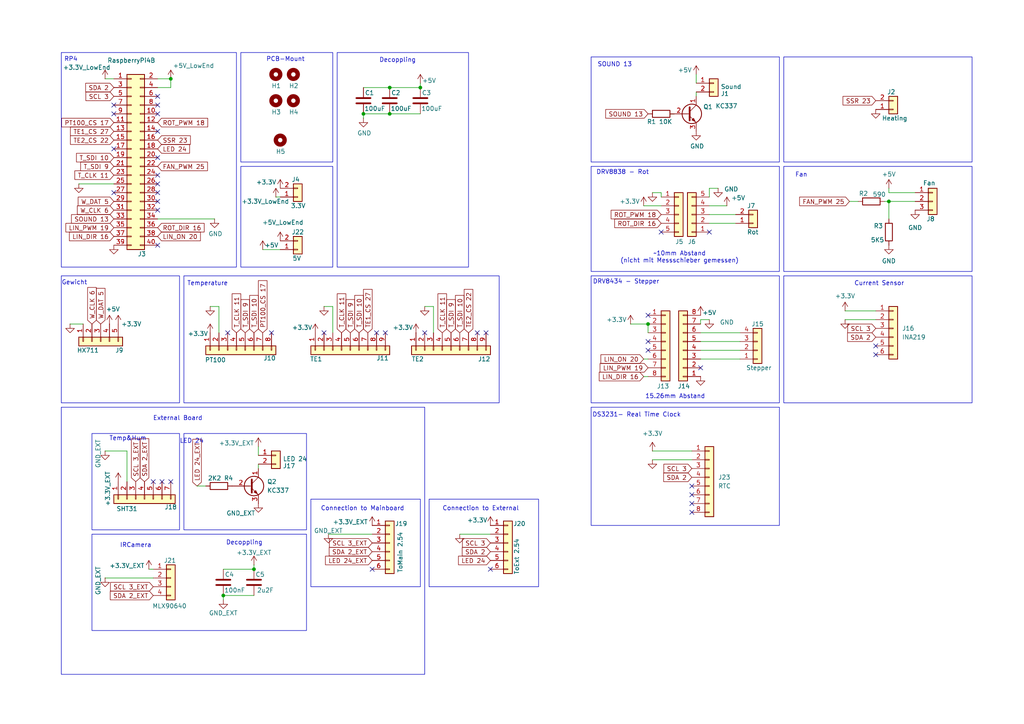
<source format=kicad_sch>
(kicad_sch (version 20231120) (generator "eeschema") (generator_version "8.0")
  (paper "A4")
  (lib_symbols
    (symbol "Connector_Generic:Conn_01x02" (pin_names (offset 1.016) hide)
      (property "Reference" "J" (at 0 2.54 0))
      (property "Value" "Conn_01x02" (at 0 -5.08 0))
      (symbol "Conn_01x02_1_1"
        (pin passive line (at -5.08 0 0) (length 3.81) (name "Pin_1") (number "1"))
        (pin passive line (at -5.08 -2.54 0) (length 3.81) (name "Pin_2") (number "2"))
      )
    )
    (symbol "Connector_Generic:Conn_01x03" (pin_names (offset 1.016) hide)
      (property "Reference" "J" (at 0 5.08 0))
      (property "Value" "Conn_01x03" (at 0 -5.08 0))
      (symbol "Conn_01x03_1_1"
        (pin passive line (at -5.08 2.54 0) (length 3.81) (name "Pin_1") (number "1"))
        (pin passive line (at -5.08 0 0) (length 3.81) (name "Pin_2") (number "2"))
        (pin passive line (at -5.08 -2.54 0) (length 3.81) (name "Pin_3") (number "3"))
      )
    )
    (symbol "Connector_Generic:Conn_01x04" (pin_names (offset 1.016) hide)
      (property "Reference" "J" (at 0 5.08 0))
      (property "Value" "Conn_01x04" (at 0 -7.62 0))
      (symbol "Conn_01x04_1_1"
        (pin passive line (at -5.08 2.54 0) (length 3.81) (name "Pin_1") (number "1"))
        (pin passive line (at -5.08 0 0) (length 3.81) (name "Pin_2") (number "2"))
        (pin passive line (at -5.08 -2.54 0) (length 3.81) (name "Pin_3") (number "3"))
        (pin passive line (at -5.08 -5.08 0) (length 3.81) (name "Pin_4") (number "4"))
      )
    )
    (symbol "Connector_Generic:Conn_01x05" (pin_names (offset 1.016) hide)
      (property "Reference" "J" (at 0 7.62 0))
      (property "Value" "Conn_01x05" (at 0 -7.62 0))
      (symbol "Conn_01x05_1_1"
        (pin passive line (at -5.08 5.08 0) (length 3.81) (name "Pin_1") (number "1"))
        (pin passive line (at -5.08 2.54 0) (length 3.81) (name "Pin_2") (number "2"))
        (pin passive line (at -5.08 0 0) (length 3.81) (name "Pin_3") (number "3"))
        (pin passive line (at -5.08 -2.54 0) (length 3.81) (name "Pin_4") (number "4"))
        (pin passive line (at -5.08 -5.08 0) (length 3.81) (name "Pin_5") (number "5"))
      )
    )
    (symbol "Connector_Generic:Conn_01x06" (pin_names (offset 1.016) hide)
      (property "Reference" "J" (at 0 7.62 0))
      (property "Value" "Conn_01x06" (at 0 -10.16 0))
      (symbol "Conn_01x06_1_1"
        (pin passive line (at -5.08 5.08 0) (length 3.81) (name "Pin_1") (number "1"))
        (pin passive line (at -5.08 2.54 0) (length 3.81) (name "Pin_2") (number "2"))
        (pin passive line (at -5.08 0 0) (length 3.81) (name "Pin_3") (number "3"))
        (pin passive line (at -5.08 -2.54 0) (length 3.81) (name "Pin_4") (number "4"))
        (pin passive line (at -5.08 -5.08 0) (length 3.81) (name "Pin_5") (number "5"))
        (pin passive line (at -5.08 -7.62 0) (length 3.81) (name "Pin_6") (number "6"))
      )
    )
    (symbol "Connector_Generic:Conn_01x07" (pin_names (offset 1.016) hide)
      (property "Reference" "J" (at 0 10.16 0))
      (property "Value" "Conn_01x07" (at 0 -10.16 0))
      (symbol "Conn_01x07_1_1"
        (pin passive line (at -5.08 7.62 0) (length 3.81) (name "Pin_1") (number "1"))
        (pin passive line (at -5.08 5.08 0) (length 3.81) (name "Pin_2") (number "2"))
        (pin passive line (at -5.08 2.54 0) (length 3.81) (name "Pin_3") (number "3"))
        (pin passive line (at -5.08 0 0) (length 3.81) (name "Pin_4") (number "4"))
        (pin passive line (at -5.08 -2.54 0) (length 3.81) (name "Pin_5") (number "5"))
        (pin passive line (at -5.08 -5.08 0) (length 3.81) (name "Pin_6") (number "6"))
        (pin passive line (at -5.08 -7.62 0) (length 3.81) (name "Pin_7") (number "7"))
      )
    )
    (symbol "Connector_Generic:Conn_01x08" (pin_names (offset 1.016) hide)
      (property "Reference" "J" (at 0 10.16 0))
      (property "Value" "Conn_01x08" (at 0 -12.7 0))
      (symbol "Conn_01x08_1_1"
        (pin passive line (at -5.08 7.62 0) (length 3.81) (name "Pin_1") (number "1"))
        (pin passive line (at -5.08 5.08 0) (length 3.81) (name "Pin_2") (number "2"))
        (pin passive line (at -5.08 2.54 0) (length 3.81) (name "Pin_3") (number "3"))
        (pin passive line (at -5.08 0 0) (length 3.81) (name "Pin_4") (number "4"))
        (pin passive line (at -5.08 -2.54 0) (length 3.81) (name "Pin_5") (number "5"))
        (pin passive line (at -5.08 -5.08 0) (length 3.81) (name "Pin_6") (number "6"))
        (pin passive line (at -5.08 -7.62 0) (length 3.81) (name "Pin_7") (number "7"))
        (pin passive line (at -5.08 -10.16 0) (length 3.81) (name "Pin_8") (number "8"))
      )
    )
    (symbol "Connector_Generic:Conn_01x09" (pin_names (offset 1.016) hide)
      (property "Reference" "J" (at 0 12.7 0))
      (property "Value" "Conn_01x09" (at 0 -12.7 0))
      (symbol "Conn_01x09_1_1"
        (pin passive line (at -5.08 10.16 0) (length 3.81) (name "Pin_1") (number "1"))
        (pin passive line (at -5.08 7.62 0) (length 3.81) (name "Pin_2") (number "2"))
        (pin passive line (at -5.08 5.08 0) (length 3.81) (name "Pin_3") (number "3"))
        (pin passive line (at -5.08 2.54 0) (length 3.81) (name "Pin_4") (number "4"))
        (pin passive line (at -5.08 0 0) (length 3.81) (name "Pin_5") (number "5"))
        (pin passive line (at -5.08 -2.54 0) (length 3.81) (name "Pin_6") (number "6"))
        (pin passive line (at -5.08 -5.08 0) (length 3.81) (name "Pin_7") (number "7"))
        (pin passive line (at -5.08 -7.62 0) (length 3.81) (name "Pin_8") (number "8"))
        (pin passive line (at -5.08 -10.16 0) (length 3.81) (name "Pin_9") (number "9"))
      )
    )
    (symbol "Connector_Generic:Conn_02x20_Odd_Even" (pin_names (offset 1.016) hide)
      (property "Reference" "J" (at 1.27 25.4 0))
      (property "Value" "Conn_02x20_Odd_Even" (at 1.27 -27.94 0))
      (symbol "Conn_02x20_Odd_Even_1_1"
        (pin passive line (at -5.08 22.86 0) (length 3.81) (name "Pin_1") (number "1"))
        (pin passive line (at 7.62 12.7 180) (length 3.81) (name "Pin_10") (number "10"))
        (pin passive line (at -5.08 10.16 0) (length 3.81) (name "Pin_11") (number "11"))
        (pin passive line (at 7.62 10.16 180) (length 3.81) (name "Pin_12") (number "12"))
        (pin passive line (at -5.08 7.62 0) (length 3.81) (name "Pin_13") (number "13"))
        (pin passive line (at 7.62 7.62 180) (length 3.81) (name "Pin_14") (number "14"))
        (pin passive line (at -5.08 5.08 0) (length 3.81) (name "Pin_15") (number "15"))
        (pin passive line (at 7.62 5.08 180) (length 3.81) (name "Pin_16") (number "16"))
        (pin passive line (at -5.08 2.54 0) (length 3.81) (name "Pin_17") (number "17"))
        (pin passive line (at 7.62 2.54 180) (length 3.81) (name "Pin_18") (number "18"))
        (pin passive line (at -5.08 0 0) (length 3.81) (name "Pin_19") (number "19"))
        (pin passive line (at 7.62 22.86 180) (length 3.81) (name "Pin_2") (number "2"))
        (pin passive line (at 7.62 0 180) (length 3.81) (name "Pin_20") (number "20"))
        (pin passive line (at -5.08 -2.54 0) (length 3.81) (name "Pin_21") (number "21"))
        (pin passive line (at 7.62 -2.54 180) (length 3.81) (name "Pin_22") (number "22"))
        (pin passive line (at -5.08 -5.08 0) (length 3.81) (name "Pin_23") (number "23"))
        (pin passive line (at 7.62 -5.08 180) (length 3.81) (name "Pin_24") (number "24"))
        (pin passive line (at -5.08 -7.62 0) (length 3.81) (name "Pin_25") (number "25"))
        (pin passive line (at 7.62 -7.62 180) (length 3.81) (name "Pin_26") (number "26"))
        (pin passive line (at -5.08 -10.16 0) (length 3.81) (name "Pin_27") (number "27"))
        (pin passive line (at 7.62 -10.16 180) (length 3.81) (name "Pin_28") (number "28"))
        (pin passive line (at -5.08 -12.7 0) (length 3.81) (name "Pin_29") (number "29"))
        (pin passive line (at -5.08 20.32 0) (length 3.81) (name "Pin_3") (number "3"))
        (pin passive line (at 7.62 -12.7 180) (length 3.81) (name "Pin_30") (number "30"))
        (pin passive line (at -5.08 -15.24 0) (length 3.81) (name "Pin_31") (number "31"))
        (pin passive line (at 7.62 -15.24 180) (length 3.81) (name "Pin_32") (number "32"))
        (pin passive line (at -5.08 -17.78 0) (length 3.81) (name "Pin_33") (number "33"))
        (pin passive line (at 7.62 -17.78 180) (length 3.81) (name "Pin_34") (number "34"))
        (pin passive line (at -5.08 -20.32 0) (length 3.81) (name "Pin_35") (number "35"))
        (pin passive line (at 7.62 -20.32 180) (length 3.81) (name "Pin_36") (number "36"))
        (pin passive line (at -5.08 -22.86 0) (length 3.81) (name "Pin_37") (number "37"))
        (pin passive line (at 7.62 -22.86 180) (length 3.81) (name "Pin_38") (number "38"))
        (pin passive line (at -5.08 -25.4 0) (length 3.81) (name "Pin_39") (number "39"))
        (pin passive line (at 7.62 20.32 180) (length 3.81) (name "Pin_4") (number "4"))
        (pin passive line (at 7.62 -25.4 180) (length 3.81) (name "Pin_40") (number "40"))
        (pin passive line (at -5.08 17.78 0) (length 3.81) (name "Pin_5") (number "5"))
        (pin passive line (at 7.62 17.78 180) (length 3.81) (name "Pin_6") (number "6"))
        (pin passive line (at -5.08 15.24 0) (length 3.81) (name "Pin_7") (number "7"))
        (pin passive line (at 7.62 15.24 180) (length 3.81) (name "Pin_8") (number "8"))
        (pin passive line (at -5.08 12.7 0) (length 3.81) (name "Pin_9") (number "9"))
      )
    )
    (symbol "Device:C" (pin_numbers hide) (pin_names (offset 0.254))
      (property "Reference" "C" (at 0.635 2.54 0))
      (property "Value" "C" (at 0.635 -2.54 0))
      (symbol "C_1_1"
        (pin passive line (at 0 3.81 270) (length 2.794) (name "~") (number "1"))
        (pin passive line (at 0 -3.81 90) (length 2.794) (name "~") (number "2"))
      )
    )
    (symbol "Device:R" (pin_numbers hide) (pin_names (offset 0))
      (property "Reference" "R" (at 2.032 0 90))
      (property "Value" "R" (at 0 0 90))
      (symbol "R_1_1"
        (pin passive line (at 0 3.81 270) (length 1.27) (name "~") (number "1"))
        (pin passive line (at 0 -3.81 90) (length 1.27) (name "~") (number "2"))
      )
    )
    (symbol "Mechanical:MountingHole" (pin_names (offset 1.016)) (exclude_from_sim yes) (in_bom no)
      (property "Reference" "H" (at 0 5.08 0))
      (property "Value" "MountingHole" (at 0 3.175 0))
    )
    (symbol "Transistor_BJT:BC337" (pin_names (offset 0) hide)
      (property "Reference" "Q" (at 5.08 1.905 0))
      (property "Value" "BC337" (at 5.08 0 0))
      (symbol "BC337_1_1"
        (pin passive line (at 2.54 5.08 270) (length 2.54) (name "C") (number "1"))
        (pin input line (at -5.08 0 0) (length 5.08) (name "B") (number "2"))
        (pin passive line (at 2.54 -5.08 90) (length 2.54) (name "E") (number "3"))
      )
    )
    (symbol "power:+3.3V" (power) (pin_numbers hide) (pin_names (offset 0) hide)
      (property "Value" "+3.3V" (at 0 3.556 0))
      (symbol "+3.3V_1_1"
        (pin power_in line (at 0 0 90) (length 0) (name "~") (number "1"))
      )
    )
    (symbol "power:+3.3VA" (power) (pin_numbers hide) (pin_names (offset 0) hide)
      (property "Value" "+3.3VA" (at 0 3.556 0))
      (symbol "+3.3VA_1_1"
        (pin power_in line (at 0 0 90) (length 0) (name "~") (number "1"))
      )
    )
    (symbol "power:+5V" (power) (pin_numbers hide) (pin_names (offset 0) hide)
      (property "Value" "+5V" (at 0 3.556 0))
      (symbol "+5V_1_1"
        (pin power_in line (at 0 0 90) (length 0) (name "~") (number "1"))
      )
    )
    (symbol "power:GND" (power) (pin_numbers hide) (pin_names (offset 0) hide)
      (property "Value" "GND" (at 0 -3.81 0))
      (symbol "GND_1_1"
        (pin power_in line (at 0 0 270) (length 0) (name "~") (number "1"))
      )
    )
    (symbol "power:GND1" (power) (pin_numbers hide) (pin_names (offset 0) hide)
      (property "Value" "GND1" (at 0 -3.81 0))
      (symbol "GND1_1_1"
        (pin power_in line (at 0 0 270) (length 0) (name "~") (number "1"))
      )
    )
  )
  (junction (at 64.77 172.72))
  (junction (at 113.03 25.4))
  (junction (at 257.81 58.42))
  (junction (at 187.96 93.98))
  (junction (at 113.03 33.02))
  (junction (at 49.53 22.86))
  (junction (at 73.66 165.1))
  (junction (at 121.92 25.4))
  (junction (at 105.41 33.02))
  (no_connect (at 109.22 96.52))
  (no_connect (at 200.66 146.05))
  (no_connect (at 203.2 106.68))
  (no_connect (at 45.72 33.02))
  (no_connect (at 142.24 165.1))
  (no_connect (at 45.72 55.88))
  (no_connect (at 45.72 50.8))
  (no_connect (at 45.72 53.34))
  (no_connect (at 254 100.33))
  (no_connect (at 45.72 30.48))
  (no_connect (at 93.98 96.52))
  (no_connect (at 140.97 96.52))
  (no_connect (at 33.02 30.48))
  (no_connect (at 46.99 139.7))
  (no_connect (at 78.74 96.52))
  (no_connect (at 200.66 148.59))
  (no_connect (at 200.66 143.51))
  (no_connect (at 205.74 67.31))
  (no_connect (at 45.72 58.42))
  (no_connect (at 66.04 96.52))
  (no_connect (at 187.96 101.6))
  (no_connect (at 187.96 91.44))
  (no_connect (at 123.19 96.52))
  (no_connect (at 187.96 99.06))
  (no_connect (at 191.77 67.31))
  (no_connect (at 33.02 43.18))
  (no_connect (at 44.45 139.7))
  (no_connect (at 45.72 45.72))
  (no_connect (at 111.76 96.52))
  (no_connect (at 200.66 140.97))
  (no_connect (at 254 102.87))
  (no_connect (at 138.43 96.52))
  (no_connect (at 107.95 165.1))
  (no_connect (at 45.72 38.1))
  (no_connect (at 45.72 71.12))
  (no_connect (at 45.72 27.94))
  (no_connect (at 45.72 60.96))
  (no_connect (at 49.53 139.7))
  (no_connect (at 33.02 33.02))
  (no_connect (at 33.02 55.88))
  (wire (pts (xy 30.48 22.86) (xy 33.02 22.86)))
  (wire (pts (xy 96.52 88.9) (xy 96.52 96.52)))
  (wire (pts (xy 73.66 163.83) (xy 73.66 165.1)))
  (wire (pts (xy 64.77 173.99) (xy 64.77 172.72)))
  (wire (pts (xy 57.15 140.97) (xy 59.69 140.97)))
  (wire (pts (xy 22.86 53.34) (xy 33.02 53.34)))
  (wire (pts (xy 113.03 25.4) (xy 121.92 25.4)))
  (wire (pts (xy 195.58 33.02) (xy 194.31 33.02)))
  (wire (pts (xy 257.81 63.5) (xy 257.81 58.42)))
  (wire (pts (xy 30.48 130.81) (xy 36.83 130.81)))
  (wire (pts (xy 105.41 25.4) (xy 113.03 25.4)))
  (wire (pts (xy 62.23 63.5) (xy 45.72 63.5)))
  (wire (pts (xy 257.81 58.42) (xy 265.43 58.42)))
  (wire (pts (xy 201.93 26.67) (xy 201.93 27.94)))
  (wire (pts (xy 203.2 104.14) (xy 214.63 104.14)))
  (wire (pts (xy 191.77 55.88) (xy 189.23 55.88)))
  (wire (pts (xy 213.36 62.23) (xy 205.74 62.23)))
  (wire (pts (xy 257.81 54.61) (xy 257.81 55.88)))
  (wire (pts (xy 186.69 109.22) (xy 187.96 109.22)))
  (wire (pts (xy 133.35 154.94) (xy 142.24 154.94)))
  (wire (pts (xy 257.81 55.88) (xy 265.43 55.88)))
  (wire (pts (xy 123.19 88.9) (xy 125.73 88.9)))
  (wire (pts (xy 186.69 59.69) (xy 191.77 59.69)))
  (wire (pts (xy 113.03 33.02) (xy 121.92 33.02)))
  (wire (pts (xy 76.2 72.39) (xy 81.28 72.39)))
  (wire (pts (xy 186.69 104.14) (xy 187.96 104.14)))
  (wire (pts (xy 208.28 54.61) (xy 205.74 54.61)))
  (wire (pts (xy 201.93 21.59) (xy 201.93 24.13)))
  (wire (pts (xy 36.83 130.81) (xy 36.83 139.7)))
  (wire (pts (xy 214.63 96.52) (xy 203.2 96.52)))
  (wire (pts (xy 121.92 25.4) (xy 121.92 24.13)))
  (wire (pts (xy 49.53 22.86) (xy 45.72 22.86)))
  (wire (pts (xy 49.53 22.86) (xy 49.53 25.4)))
  (wire (pts (xy 203.2 92.71) (xy 203.2 93.98)))
  (wire (pts (xy 256.54 58.42) (xy 257.81 58.42)))
  (wire (pts (xy 203.2 99.06) (xy 214.63 99.06)))
  (wire (pts (xy 246.38 58.42) (xy 248.92 58.42)))
  (wire (pts (xy 20.32 93.98) (xy 24.13 93.98)))
  (wire (pts (xy 205.74 54.61) (xy 205.74 57.15)))
  (wire (pts (xy 105.41 34.29) (xy 105.41 33.02)))
  (wire (pts (xy 213.36 64.77) (xy 205.74 64.77)))
  (wire (pts (xy 64.77 172.72) (xy 73.66 172.72)))
  (wire (pts (xy 210.82 59.69) (xy 205.74 59.69)))
  (wire (pts (xy 80.01 57.15) (xy 81.28 57.15)))
  (wire (pts (xy 187.96 93.98) (xy 187.96 96.52)))
  (wire (pts (xy 49.53 25.4) (xy 45.72 25.4)))
  (wire (pts (xy 245.11 92.71) (xy 254 92.71)))
  (wire (pts (xy 63.5 88.9) (xy 63.5 96.52)))
  (wire (pts (xy 74.93 129.54) (xy 74.93 132.08)))
  (wire (pts (xy 245.11 90.17) (xy 254 90.17)))
  (wire (pts (xy 189.23 133.35) (xy 200.66 133.35)))
  (wire (pts (xy 105.41 33.02) (xy 113.03 33.02)))
  (wire (pts (xy 30.48 167.64) (xy 44.45 167.64)))
  (wire (pts (xy 93.98 88.9) (xy 96.52 88.9)))
  (wire (pts (xy 191.77 57.15) (xy 191.77 55.88)))
  (wire (pts (xy 203.2 101.6) (xy 214.63 101.6)))
  (wire (pts (xy 182.88 93.98) (xy 187.96 93.98)))
  (wire (pts (xy 95.25 154.94) (xy 107.95 154.94)))
  (wire (pts (xy 64.77 165.1) (xy 73.66 165.1)))
  (wire (pts (xy 203.2 92.71) (xy 205.74 92.71)))
  (wire (pts (xy 43.18 165.1) (xy 44.45 165.1)))
  (wire (pts (xy 60.96 88.9) (xy 63.5 88.9)))
  (wire (pts (xy 74.93 134.62) (xy 74.93 135.89)))
  (wire (pts (xy 125.73 88.9) (xy 125.73 96.52)))
  (wire (pts (xy 189.23 130.81) (xy 200.66 130.81)))
  (rectangle (start 227.33 48.26) (end 281.94 78.74))
  (rectangle (start 26.67 125.73) (end 52.07 153.67))
  (rectangle (start 171.45 80.01) (end 226.06 116.84))
  (rectangle (start 26.67 154.94) (end 88.9 182.88))
  (rectangle (start 53.34 80.01) (end 144.78 116.84))
  (rectangle (start 97.79 15.24) (end 135.89 77.47))
  (rectangle (start 171.45 48.26) (end 226.06 78.74))
  (rectangle (start 69.85 48.26) (end 96.52 77.47))
  (rectangle (start 17.78 15.24) (end 68.58 77.47))
  (rectangle (start 69.85 15.24) (end 96.52 46.99))
  (rectangle (start 227.33 16.51) (end 281.94 46.99))
  (rectangle (start 171.45 118.11) (end 226.06 152.4))
  (rectangle (start 90.17 144.78) (end 121.92 170.18))
  (rectangle (start 17.78 118.11) (end 123.19 195.58))
  (rectangle (start 17.78 80.01) (end 52.07 116.84))
  (rectangle (start 124.46 144.78) (end 156.21 170.18))
  (rectangle (start 227.33 80.01) (end 281.94 116.84))
  (rectangle (start 171.45 16.51) (end 226.06 46.99))
  (rectangle (start 53.34 125.73) (end 88.9 153.67))
  (text "PCB-Mount" (at 82.804 17.272 0) (effects (font (size 1.27 1.27))))
  (text "Fan" (at 232.41 50.8 0) (effects (font (size 1.27 1.27))))
  (text "Connection to Mainboard" (at 105.156 147.574 0) (effects (font (size 1.27 1.27))))
  (text "~10mm Abstand\n(nicht mit Messschieber gemessen)" (at 197.104 74.676 0) (effects (font (size 1.27 1.27))))
  (text "RP4" (at 20.574 17.272 0) (effects (font (size 1.27 1.27))))
  (text "LED 24" (at 55.626 128.016 0) (effects (font (size 1.27 1.27))))
  (text "DRV8838 - Rot" (at 180.594 50.038 0) (effects (font (size 1.27 1.27))))
  (text "15.26mm Abstand" (at 195.834 115.062 0) (effects (font (size 1.27 1.27))))
  (text "DS3231- Real Time Clock" (at 184.658 120.396 0) (effects (font (size 1.27 1.27))))
  (text "SOUND 13" (at 178.308 18.796 0) (effects (font (size 1.27 1.27))))
  (text "Current Sensor" (at 255.016 82.296 0) (effects (font (size 1.27 1.27))))
  (text "Connection to External" (at 139.446 147.574 0) (effects (font (size 1.27 1.27))))
  (text "Temperature" (at 60.198 82.296 0) (effects (font (size 1.27 1.27))))
  (text "External Board" (at 51.562 121.412 0) (effects (font (size 1.27 1.27))))
  (text "Decoppling" (at 115.316 17.526 0) (effects (font (size 1.27 1.27))))
  (text "DRV8434 - Stepper" (at 181.61 81.788 0) (effects (font (size 1.27 1.27))))
  (text "Temp&Hum" (at 37.084 127.254 0) (effects (font (size 1.27 1.27))))
  (text "IRCamera" (at 39.37 158.242 0) (effects (font (size 1.27 1.27))))
  (text "Gewicht" (at 21.59 82.042 0) (effects (font (size 1.27 1.27))))
  (text "Decoppling" (at 70.866 157.48 0) (effects (font (size 1.27 1.27))))
  (global_label "LIN_DIR 16" (shape input) (at 33.02 68.58 180) (property "Intersheetrefs" "${INTERSHEET_REFS}" (effects (hide yes))))
  (global_label "SOUND 13" (shape input) (at 33.02 63.5 180) (property "Intersheetrefs" "${INTERSHEET_REFS}" (effects (hide yes))))
  (global_label "W_DAT 5" (shape input) (at 29.21 93.98 90) (property "Intersheetrefs" "${INTERSHEET_REFS}" (effects (hide yes))))
  (global_label "T_SDI 9" (shape input) (at 33.02 48.26 180) (property "Intersheetrefs" "${INTERSHEET_REFS}" (effects (hide yes))))
  (global_label "W_CLK 6" (shape input) (at 26.67 93.98 90) (property "Intersheetrefs" "${INTERSHEET_REFS}" (effects (hide yes))))
  (global_label "LIN_ON 20" (shape input) (at 45.72 68.58 0) (property "Intersheetrefs" "${INTERSHEET_REFS}" (effects (hide yes))))
  (global_label "PT100_CS 17" (shape input) (at 33.02 35.56 180) (property "Intersheetrefs" "${INTERSHEET_REFS}" (effects (hide yes))))
  (global_label "SCL 3_EXT" (shape input) (at 39.37 139.7 90) (property "Intersheetrefs" "${INTERSHEET_REFS}" (effects (hide yes))))
  (global_label "ROT_DIR 16" (shape input) (at 45.72 66.04 0) (property "Intersheetrefs" "${INTERSHEET_REFS}" (effects (hide yes))))
  (global_label "SDA 2_EXT" (shape input) (at 41.91 139.7 90) (property "Intersheetrefs" "${INTERSHEET_REFS}" (effects (hide yes))))
  (global_label "LIN_PWM 19" (shape input) (at 187.96 106.68 180) (property "Intersheetrefs" "${INTERSHEET_REFS}" (effects (hide yes))))
  (global_label "T_CLK 11" (shape input) (at 128.27 96.52 90) (property "Intersheetrefs" "${INTERSHEET_REFS}" (effects (hide yes))))
  (global_label "SSR 23" (shape input) (at 254 29.21 180) (property "Intersheetrefs" "${INTERSHEET_REFS}" (effects (hide yes))))
  (global_label "SDA 2" (shape input) (at 254 97.79 180) (property "Intersheetrefs" "${INTERSHEET_REFS}" (effects (hide yes))))
  (global_label "LED 24" (shape input) (at 45.72 43.18 0) (property "Intersheetrefs" "${INTERSHEET_REFS}" (effects (hide yes))))
  (global_label "T_SDI 10" (shape input) (at 104.14 96.52 90) (property "Intersheetrefs" "${INTERSHEET_REFS}" (effects (hide yes))))
  (global_label "FAN_PWM 25" (shape input) (at 246.38 58.42 180) (property "Intersheetrefs" "${INTERSHEET_REFS}" (effects (hide yes))))
  (global_label "SCL 3" (shape input) (at 142.24 157.48 180) (property "Intersheetrefs" "${INTERSHEET_REFS}" (effects (hide yes))))
  (global_label "SOUND 13" (shape input) (at 187.96 33.02 180) (property "Intersheetrefs" "${INTERSHEET_REFS}" (effects (hide yes))))
  (global_label "T_SDI 10" (shape input) (at 133.35 96.52 90) (property "Intersheetrefs" "${INTERSHEET_REFS}" (effects (hide yes))))
  (global_label "LIN_PWM 19" (shape input) (at 33.02 66.04 180) (property "Intersheetrefs" "${INTERSHEET_REFS}" (effects (hide yes))))
  (global_label "LIN_ON 20" (shape input) (at 186.69 104.14 180) (property "Intersheetrefs" "${INTERSHEET_REFS}" (effects (hide yes))))
  (global_label "T_CLK 11" (shape input) (at 33.02 50.8 180) (property "Intersheetrefs" "${INTERSHEET_REFS}" (effects (hide yes))))
  (global_label "T_CLK 11" (shape input) (at 99.06 96.52 90) (property "Intersheetrefs" "${INTERSHEET_REFS}" (effects (hide yes))))
  (global_label "W_CLK 6" (shape input) (at 33.02 60.96 180) (property "Intersheetrefs" "${INTERSHEET_REFS}" (effects (hide yes))))
  (global_label "FAN_PWM 25" (shape input) (at 45.72 48.26 0) (property "Intersheetrefs" "${INTERSHEET_REFS}" (effects (hide yes))))
  (global_label "TE2_CS 22" (shape input) (at 135.89 96.52 90) (property "Intersheetrefs" "${INTERSHEET_REFS}" (effects (hide yes))))
  (global_label "T_SDI 9" (shape input) (at 101.6 96.52 90) (property "Intersheetrefs" "${INTERSHEET_REFS}" (effects (hide yes))))
  (global_label "T_CLK 11" (shape input) (at 68.58 96.52 90) (property "Intersheetrefs" "${INTERSHEET_REFS}" (effects (hide yes))))
  (global_label "TE1_CS 27" (shape input) (at 106.68 96.52 90) (property "Intersheetrefs" "${INTERSHEET_REFS}" (effects (hide yes))))
  (global_label "SCL 3" (shape input) (at 33.02 27.94 180) (property "Intersheetrefs" "${INTERSHEET_REFS}" (effects (hide yes))))
  (global_label "LED 24" (shape input) (at 142.24 162.56 180) (property "Intersheetrefs" "${INTERSHEET_REFS}" (effects (hide yes))))
  (global_label "SCL 3_EXT" (shape input) (at 107.95 157.48 180) (property "Intersheetrefs" "${INTERSHEET_REFS}" (effects (hide yes))))
  (global_label "SDA 2_EXT" (shape input) (at 107.95 160.02 180) (property "Intersheetrefs" "${INTERSHEET_REFS}" (effects (hide yes))))
  (global_label "SDA 2" (shape input) (at 200.66 138.43 180) (property "Intersheetrefs" "${INTERSHEET_REFS}" (effects (hide yes))))
  (global_label "SDA 2" (shape input) (at 33.02 25.4 180) (property "Intersheetrefs" "${INTERSHEET_REFS}" (effects (hide yes))))
  (global_label "PT100_CS 17" (shape input) (at 76.2 96.52 90) (property "Intersheetrefs" "${INTERSHEET_REFS}" (effects (hide yes))))
  (global_label "SCL 3" (shape input) (at 254 95.25 180) (property "Intersheetrefs" "${INTERSHEET_REFS}" (effects (hide yes))))
  (global_label "ROT_PWM 18" (shape input) (at 45.72 35.56 0) (property "Intersheetrefs" "${INTERSHEET_REFS}" (effects (hide yes))))
  (global_label "LED 24_EXT" (shape input) (at 107.95 162.56 180) (property "Intersheetrefs" "${INTERSHEET_REFS}" (effects (hide yes))))
  (global_label "T_SDI 10" (shape input) (at 73.66 96.52 90) (property "Intersheetrefs" "${INTERSHEET_REFS}" (effects (hide yes))))
  (global_label "T_SDI 10" (shape input) (at 33.02 45.72 180) (property "Intersheetrefs" "${INTERSHEET_REFS}" (effects (hide yes))))
  (global_label "SDA 2" (shape input) (at 142.24 160.02 180) (property "Intersheetrefs" "${INTERSHEET_REFS}" (effects (hide yes))))
  (global_label "ROT_PWM 18" (shape input) (at 191.77 62.23 180) (property "Intersheetrefs" "${INTERSHEET_REFS}" (effects (hide yes))))
  (global_label "TE1_CS 27" (shape input) (at 33.02 38.1 180) (property "Intersheetrefs" "${INTERSHEET_REFS}" (effects (hide yes))))
  (global_label "TE2_CS 22" (shape input) (at 33.02 40.64 180) (property "Intersheetrefs" "${INTERSHEET_REFS}" (effects (hide yes))))
  (global_label "T_SDI 9" (shape input) (at 130.81 96.52 90) (property "Intersheetrefs" "${INTERSHEET_REFS}" (effects (hide yes))))
  (global_label "W_DAT 5" (shape input) (at 33.02 58.42 180) (property "Intersheetrefs" "${INTERSHEET_REFS}" (effects (hide yes))))
  (global_label "LIN_DIR 16" (shape input) (at 186.69 109.22 180) (property "Intersheetrefs" "${INTERSHEET_REFS}" (effects (hide yes))))
  (global_label "SCL 3_EXT" (shape input) (at 44.45 170.18 180) (property "Intersheetrefs" "${INTERSHEET_REFS}" (effects (hide yes))))
  (global_label "SCL 3" (shape input) (at 200.66 135.89 180) (property "Intersheetrefs" "${INTERSHEET_REFS}" (effects (hide yes))))
  (global_label "LED 24_EXT" (shape input) (at 57.15 140.97 90) (property "Intersheetrefs" "${INTERSHEET_REFS}" (effects (hide yes))))
  (global_label "T_SDI 9" (shape input) (at 71.12 96.52 90) (property "Intersheetrefs" "${INTERSHEET_REFS}" (effects (hide yes))))
  (global_label "SDA 2_EXT" (shape input) (at 44.45 172.72 180) (property "Intersheetrefs" "${INTERSHEET_REFS}" (effects (hide yes))))
  (global_label "ROT_DIR 16" (shape input) (at 191.77 64.77 180) (property "Intersheetrefs" "${INTERSHEET_REFS}" (effects (hide yes))))
  (global_label "SSR 23" (shape input) (at 45.72 40.64 0) (property "Intersheetrefs" "${INTERSHEET_REFS}" (effects (hide yes))))
  (symbol (lib_id "Device:R") (at 191.77 33.02 270) (unit 1)
    (property "Reference" "R1" (at 188.976 35.306 90))
    (property "Value" "10K" (at 193.04 35.306 90))
    (property "Footprint" "Resistor_THT:R_Axial_DIN0207_L6.3mm_D2.5mm_P10.16mm_Horizontal" (effects (hide yes)))
    (property "Description" "Resistor" (effects (hide yes)))
  )
  (symbol (lib_id "power:+3.3V") (at 245.11 90.17 0) (unit 1)
    (property "Reference" "#PWR032" (effects (hide yes)))
    (property "Value" "+3.3V" (at 245.11 85.852 0))
    (property "Description" "Power symbol creates a global label with name \"+3.3V\"" (effects (hide yes)))
  )
  (symbol (lib_id "power:GND") (at 245.11 92.71 0) (unit 1)
    (property "Reference" "#PWR033" (effects (hide yes)))
    (property "Value" "GND" (effects (hide yes)))
    (property "Description" "Power symbol creates a global label with name \"GND\" , ground" (effects (hide yes)))
  )
  (symbol (lib_id "Connector_Generic:Conn_01x02") (at 86.36 72.39 0) (mirror x) (unit 1)
    (property "Reference" "J22" (at 84.582 67.31 0) (effects (justify left)))
    (property "Value" "5V" (at 84.836 74.93 0) (effects (justify left)))
    (property "Footprint" "TerminalBlock_Phoenix:TerminalBlock_Phoenix_PT-1,5-2-3.5-H_1x02_P3.50mm_Horizontal" (effects (hide yes)))
    (property "Description" "Generic connector, single row, 01x02, script generated (kicad-library-utils/schlib/autogen/connector/)" (effects (hide yes)))
  )
  (symbol (lib_id "power:GND") (at 133.35 154.94 0) (unit 1)
    (property "Reference" "#PWR044" (effects (hide yes)))
    (property "Value" "GND" (effects (hide yes)))
    (property "Description" "Power symbol creates a global label with name \"GND\" , ground" (effects (hide yes)))
  )
  (symbol (lib_id "power:GND") (at 33.02 71.12 0) (unit 1)
    (property "Reference" "#PWR017" (effects (hide yes)))
    (property "Value" "GND" (effects (hide yes)))
    (property "Description" "Power symbol creates a global label with name \"GND\" , ground" (effects (hide yes)))
  )
  (symbol (lib_id "power:GND") (at 64.77 173.99 0) (unit 1)
    (property "Reference" "#PWR048" (effects (hide yes)))
    (property "Value" "GND_EXT" (at 64.77 177.8 0))
    (property "Description" "Power symbol creates a global label with name \"GND\" , ground" (effects (hide yes)))
  )
  (symbol (lib_id "power:+3.3V") (at 34.29 93.98 0) (unit 1)
    (property "Reference" "#PWR025" (effects (hide yes)))
    (property "Value" "+3.3V" (at 38.1 93.98 0))
    (property "Description" "Power symbol creates a global label with name \"+3.3V\"" (effects (hide yes)))
  )
  (symbol (lib_id "Mechanical:MountingHole") (at 85.09 29.21 0) (unit 1) (exclude_from_sim yes) (in_bom no)
    (property "Reference" "H4" (at 83.82 32.512 0) (effects (justify left)))
    (property "Value" "MountingHole" (effects (hide yes)))
    (property "Footprint" "MountingHole:MountingHole_3.2mm_M3_DIN965" (effects (hide yes)))
    (property "Description" "Mounting Hole without connection" (effects (hide yes)))
  )
  (symbol (lib_id "power:GND") (at 189.23 133.35 0) (unit 1)
    (property "Reference" "#PWR038" (effects (hide yes)))
    (property "Value" "GND" (effects (hide yes)))
    (property "Description" "Power symbol creates a global label with name \"GND\" , ground" (effects (hide yes)))
  )
  (symbol (lib_id "Connector_Generic:Conn_01x03") (at 270.51 58.42 0) (unit 1)
    (property "Reference" "J8" (at 268.732 63.5 0) (effects (justify left)))
    (property "Value" "Fan" (at 267.716 53.086 0) (effects (justify left)))
    (property "Footprint" "TerminalBlock_Phoenix:TerminalBlock_Phoenix_MKDS-1,5-3_1x03_P5.00mm_Horizontal" (effects (hide yes)))
    (property "Description" "Generic connector, single row, 01x03, script generated (kicad-library-utils/schlib/autogen/connector/)" (effects (hide yes)))
  )
  (symbol (lib_id "power:+5V") (at 49.53 22.86 0) (unit 1)
    (property "Reference" "#PWR03" (effects (hide yes)))
    (property "Value" "+5V_LowEnd" (at 56.134 19.05 0))
    (property "Description" "Power symbol creates a global label with name \"+5V\"" (effects (hide yes)))
  )
  (symbol (lib_id "power:+5V") (at 203.2 91.44 0) (unit 1)
    (property "Reference" "#PWR029" (effects (hide yes)))
    (property "Value" "+5V" (at 205.74 90.678 0))
    (property "Description" "Power symbol creates a global label with name \"+5V\"" (effects (hide yes)))
  )
  (symbol (lib_id "Mechanical:MountingHole") (at 81.28 40.64 0) (unit 1) (exclude_from_sim yes) (in_bom no)
    (property "Reference" "H5" (at 80.01 43.942 0) (effects (justify left)))
    (property "Value" "MountingHole" (effects (hide yes)))
    (property "Footprint" "MountingHole:MountingHole_3.2mm_M3_DIN965" (effects (hide yes)))
    (property "Description" "Mounting Hole without connection" (effects (hide yes)))
  )
  (symbol (lib_id "Device:C") (at 121.92 29.21 0) (unit 1)
    (property "Reference" "C3" (at 123.698 26.924 0))
    (property "Value" "100uF" (at 125.222 31.496 0))
    (property "Footprint" "Capacitor_THT:CP_Radial_D6.3mm_P2.50mm" (effects (hide yes)))
    (property "Description" "Unpolarized capacitor" (effects (hide yes)))
  )
  (symbol (lib_id "Transistor_BJT:BC337") (at 199.39 33.02 0) (unit 1)
    (property "Reference" "Q1" (at 203.962 30.988 0) (effects (justify left)))
    (property "Value" "KC337" (at 207.518 30.734 0) (effects (justify left)))
    (property "Footprint" "Package_TO_SOT_THT:TO-92_Wide" (effects (hide yes)))
    (property "Datasheet" "https://diotec.com/tl_files/diotec/files/pdf/datasheets/bc337.pdf" (effects (hide yes)))
    (property "Description" "0.8A Ic, 45V Vce, NPN Transistor, TO-92" (effects (hide yes)))
  )
  (symbol (lib_id "power:GND1") (at 105.41 34.29 0) (unit 1)
    (property "Reference" "#PWR06" (effects (hide yes)))
    (property "Value" "GND" (at 105.664 38.608 0))
    (property "Description" "Power symbol creates a global label with name \"GND1\" , ground" (effects (hide yes)))
  )
  (symbol (lib_id "Connector_Generic:Conn_01x06") (at 147.32 157.48 0) (unit 1)
    (property "Reference" "J20" (at 148.844 151.892 0) (effects (justify left)))
    (property "Value" "ToExt 2.54" (at 149.86 166.624 90) (effects (justify left)))
    (property "Footprint" "TerminalBlock_Phoenix:TerminalBlock_Phoenix_MPT-0,5-6-2.54_1x06_P2.54mm_Horizontal" (effects (hide yes)))
    (property "Description" "Generic connector, single row, 01x06, script generated (kicad-library-utils/schlib/autogen/connector/)" (effects (hide yes)))
  )
  (symbol (lib_id "power:+5V") (at 81.28 69.85 0) (unit 1)
    (property "Reference" "#PWR049" (effects (hide yes)))
    (property "Value" "+5V_LowEnd" (at 82.042 64.516 0))
    (property "Description" "Power symbol creates a global label with name \"+5V\"" (effects (hide yes)))
  )
  (symbol (lib_id "power:+3.3VA") (at 73.66 163.83 0) (unit 1)
    (property "Reference" "#PWR045" (effects (hide yes)))
    (property "Value" "+3.3V_EXT" (at 73.66 160.274 0))
    (property "Description" "Power symbol creates a global label with name \"+3.3VA\"" (effects (hide yes)))
  )
  (symbol (lib_id "Device:C") (at 113.03 29.21 0) (unit 1)
    (property "Reference" "C2" (at 114.808 26.924 0))
    (property "Value" "100uF" (at 116.332 31.496 0))
    (property "Footprint" "Capacitor_THT:CP_Radial_D6.3mm_P2.50mm" (effects (hide yes)))
    (property "Description" "Unpolarized capacitor" (effects (hide yes)))
  )
  (symbol (lib_id "power:+3.3VA") (at 74.93 129.54 0) (unit 1)
    (property "Reference" "#PWR034" (effects (hide yes)))
    (property "Value" "+3.3V_EXT" (at 68.58 128.524 0))
    (property "Description" "Power symbol creates a global label with name \"+3.3VA\"" (effects (hide yes)))
  )
  (symbol (lib_id "Connector_Generic:Conn_01x05") (at 29.21 99.06 90) (mirror x) (unit 1)
    (property "Reference" "J9" (at 35.814 101.6 90) (effects (justify left)))
    (property "Value" "HX711" (at 28.702 101.6 90) (effects (justify left)))
    (property "Footprint" "Connector_PinSocket_2.54mm:PinSocket_1x05_P2.54mm_Vertical" (effects (hide yes)))
    (property "Description" "Generic connector, single row, 01x05, script generated (kicad-library-utils/schlib/autogen/connector/)" (effects (hide yes)))
  )
  (symbol (lib_id "Connector_Generic:Conn_01x02") (at 86.36 57.15 0) (mirror x) (unit 1)
    (property "Reference" "J4" (at 84.582 52.07 0) (effects (justify left)))
    (property "Value" "3.3V" (at 84.328 59.69 0) (effects (justify left)))
    (property "Footprint" "TerminalBlock_Phoenix:TerminalBlock_Phoenix_PT-1,5-2-3.5-H_1x02_P3.50mm_Horizontal" (effects (hide yes)))
    (property "Description" "Generic connector, single row, 01x02, script generated (kicad-library-utils/schlib/autogen/connector/)" (effects (hide yes)))
  )
  (symbol (lib_id "power:+5V") (at 76.2 72.39 0) (unit 1)
    (property "Reference" "#PWR050" (effects (hide yes)))
    (property "Value" "+5V" (at 78.74 71.12 0))
    (property "Description" "Power symbol creates a global label with name \"+5V\"" (effects (hide yes)))
  )
  (symbol (lib_id "Connector_Generic:Conn_01x05") (at 196.85 62.23 0) (unit 1)
    (property "Reference" "J5" (at 195.834 70.104 0) (effects (justify left)))
    (property "Value" "DRV8838_Left" (effects (hide yes)))
    (property "Footprint" "Connector_PinSocket_2.54mm:PinSocket_1x05_P2.54mm_Vertical" (effects (hide yes)))
    (property "Datasheet" "https://www.pololu.com/file/0J818/drv8838-motor-driver-carrier-dimensions.pdf" (effects (hide yes)))
    (property "Description" "Generic connector, single row, 01x05, script generated (kicad-library-utils/schlib/autogen/connector/)" (effects (hide yes)))
  )
  (symbol (lib_id "power:GND1") (at 265.43 60.96 0) (unit 1)
    (property "Reference" "#PWR018" (effects (hide yes)))
    (property "Value" "GND" (at 265.43 66.04 0))
    (property "Description" "Power symbol creates a global label with name \"GND1\" , ground" (effects (hide yes)))
  )
  (symbol (lib_id "power:+3.3V") (at 80.01 57.15 0) (unit 1)
    (property "Reference" "#PWR014" (effects (hide yes)))
    (property "Value" "+3.3V_LowEnd" (at 76.962 58.42 0))
    (property "Description" "Power symbol creates a global label with name \"+3.3V\"" (effects (hide yes)))
  )
  (symbol (lib_id "power:GND") (at 93.98 88.9 0) (unit 1)
    (property "Reference" "#PWR021" (effects (hide yes)))
    (property "Value" "GND" (effects (hide yes)))
    (property "Description" "Power symbol creates a global label with name \"GND\" , ground" (effects (hide yes)))
  )
  (symbol (lib_id "power:GND1") (at 205.74 92.71 0) (unit 1)
    (property "Reference" "#PWR030" (effects (hide yes)))
    (property "Value" "GND" (at 210.82 93.472 0))
    (property "Description" "Power symbol creates a global label with name \"GND1\" , ground" (effects (hide yes)))
  )
  (symbol (lib_id "Device:R") (at 63.5 140.97 90) (unit 1)
    (property "Reference" "R4" (at 66.294 138.684 90))
    (property "Value" "2K2" (at 62.23 138.684 90))
    (property "Footprint" "Resistor_THT:R_Axial_DIN0207_L6.3mm_D2.5mm_P10.16mm_Horizontal" (effects (hide yes)))
    (property "Description" "Resistor" (effects (hide yes)))
  )
  (symbol (lib_id "power:+3.3V") (at 142.24 152.4 0) (unit 1)
    (property "Reference" "#PWR042" (effects (hide yes)))
    (property "Value" "+3.3V" (at 138.43 150.876 0))
    (property "Description" "Power symbol creates a global label with name \"+3.3V\"" (effects (hide yes)))
  )
  (symbol (lib_id "power:GND") (at 20.32 93.98 0) (unit 1)
    (property "Reference" "#PWR023" (effects (hide yes)))
    (property "Value" "GND" (effects (hide yes)))
    (property "Description" "Power symbol creates a global label with name \"GND\" , ground" (effects (hide yes)))
  )
  (symbol (lib_id "power:GND") (at 189.23 55.88 0) (unit 1)
    (property "Reference" "#PWR010" (effects (hide yes)))
    (property "Value" "GND" (effects (hide yes)))
    (property "Description" "Power symbol creates a global label with name \"GND\" , ground" (effects (hide yes)))
  )
  (symbol (lib_id "Device:R") (at 252.73 58.42 270) (unit 1)
    (property "Reference" "R2" (at 250.444 56.134 90))
    (property "Value" "590" (at 255.016 56.388 90))
    (property "Footprint" "Resistor_THT:R_Axial_DIN0207_L6.3mm_D2.5mm_P10.16mm_Horizontal" (effects (hide yes)))
    (property "Description" "Resistor" (effects (hide yes)))
  )
  (symbol (lib_id "power:+3.3VA") (at 43.18 165.1 0) (unit 1)
    (property "Reference" "#PWR046" (effects (hide yes)))
    (property "Value" "+3.3V_EXT" (at 36.83 164.084 0))
    (property "Description" "Power symbol creates a global label with name \"+3.3VA\"" (effects (hide yes)))
  )
  (symbol (lib_id "power:+5V") (at 257.81 54.61 0) (unit 1)
    (property "Reference" "#PWR016" (effects (hide yes)))
    (property "Value" "+5V" (at 257.81 50.546 0))
    (property "Description" "Power symbol creates a global label with name \"+5V\"" (effects (hide yes)))
  )
  (symbol (lib_id "Connector_Generic:Conn_01x02") (at 218.44 64.77 0) (mirror x) (unit 1)
    (property "Reference" "J7" (at 216.662 59.69 0) (effects (justify left)))
    (property "Value" "Rot" (at 216.662 67.31 0) (effects (justify left)))
    (property "Footprint" "TerminalBlock_Phoenix:TerminalBlock_Phoenix_MKDS-1,5-2_1x02_P5.00mm_Horizontal" (effects (hide yes)))
    (property "Description" "Generic connector, single row, 01x02, script generated (kicad-library-utils/schlib/autogen/connector/)" (effects (hide yes)))
  )
  (symbol (lib_id "Device:C") (at 105.41 29.21 0) (unit 1)
    (property "Reference" "C1" (at 107.188 26.924 0))
    (property "Value" "100uF" (at 108.712 31.496 0))
    (property "Footprint" "Capacitor_THT:CP_Radial_D6.3mm_P2.50mm" (effects (hide yes)))
    (property "Description" "Unpolarized capacitor" (effects (hide yes)))
  )
  (symbol (lib_id "power:+3.3V") (at 60.96 96.52 0) (unit 1)
    (property "Reference" "#PWR026" (effects (hide yes)))
    (property "Value" "+3.3V" (at 57.404 96.774 0))
    (property "Description" "Power symbol creates a global label with name \"+3.3V\"" (effects (hide yes)))
  )
  (symbol (lib_id "Mechanical:MountingHole") (at 80.01 29.21 0) (unit 1) (exclude_from_sim yes) (in_bom no)
    (property "Reference" "H3" (at 78.74 32.512 0) (effects (justify left)))
    (property "Value" "MountingHole" (effects (hide yes)))
    (property "Footprint" "MountingHole:MountingHole_3.2mm_M3_DIN965" (effects (hide yes)))
    (property "Description" "Mounting Hole without connection" (effects (hide yes)))
  )
  (symbol (lib_id "power:GND") (at 30.48 167.64 0) (unit 1)
    (property "Reference" "#PWR047" (effects (hide yes)))
    (property "Value" "GND_EXT" (at 28.448 168.402 90))
    (property "Description" "Power symbol creates a global label with name \"GND\" , ground" (effects (hide yes)))
  )
  (symbol (lib_id "power:+5V") (at 121.92 24.13 0) (unit 1)
    (property "Reference" "#PWR04" (effects (hide yes)))
    (property "Value" "+5V" (at 124.46 23.368 0))
    (property "Description" "Power symbol creates a global label with name \"+5V\"" (effects (hide yes)))
  )
  (symbol (lib_id "Device:C") (at 73.66 168.91 0) (unit 1)
    (property "Reference" "C5" (at 75.438 166.624 0))
    (property "Value" "2u2F" (at 76.962 171.196 0))
    (property "Footprint" "Capacitor_THT:CP_Radial_D6.3mm_P2.50mm" (effects (hide yes)))
    (property "Description" "Unpolarized capacitor" (effects (hide yes)))
  )
  (symbol (lib_id "Connector_Generic:Conn_01x07") (at 41.91 144.78 90) (mirror x) (unit 1)
    (property "Reference" "J18" (at 49.53 147.066 90))
    (property "Value" "SHT31" (at 36.83 147.574 90))
    (property "Footprint" "Connector_PinSocket_2.54mm:PinSocket_1x07_P2.54mm_Vertical" (effects (hide yes)))
    (property "Description" "Generic connector, single row, 01x07, script generated (kicad-library-utils/schlib/autogen/connector/)" (effects (hide yes)))
  )
  (symbol (lib_id "power:GND1") (at 201.93 38.1 0) (unit 1)
    (property "Reference" "#PWR07" (effects (hide yes)))
    (property "Value" "GND" (at 202.184 42.418 0))
    (property "Description" "Power symbol creates a global label with name \"GND1\" , ground" (effects (hide yes)))
  )
  (symbol (lib_id "Connector_Generic:Conn_01x05") (at 200.66 62.23 180) (unit 1)
    (property "Reference" "J6" (at 200.66 70.104 0))
    (property "Value" "DRV8838_Right" (effects (hide yes)))
    (property "Footprint" "Connector_PinSocket_2.54mm:PinSocket_1x05_P2.54mm_Vertical" (effects (hide yes)))
    (property "Datasheet" "https://www.pololu.com/file/0J818/drv8838-motor-driver-carrier-dimensions.pdf" (effects (hide yes)))
    (property "Description" "Generic connector, single row, 01x05, script generated (kicad-library-utils/schlib/autogen/connector/)" (effects (hide yes)))
  )
  (symbol (lib_id "Mechanical:MountingHole") (at 85.09 21.59 0) (unit 1) (exclude_from_sim yes) (in_bom no)
    (property "Reference" "H2" (at 83.82 24.892 0) (effects (justify left)))
    (property "Value" "MountingHole" (effects (hide yes)))
    (property "Footprint" "MountingHole:MountingHole_3.2mm_M3_DIN965" (effects (hide yes)))
    (property "Description" "Mounting Hole without connection" (effects (hide yes)))
  )
  (symbol (lib_id "power:GND1") (at 208.28 54.61 0) (unit 1)
    (property "Reference" "#PWR09" (effects (hide yes)))
    (property "Value" "GND" (at 212.09 54.864 0))
    (property "Description" "Power symbol creates a global label with name \"GND1\" , ground" (effects (hide yes)))
  )
  (symbol (lib_id "power:+5V") (at 31.75 93.98 0) (unit 1)
    (property "Reference" "#PWR024" (effects (hide yes)))
    (property "Value" "+5V" (at 32.766 89.662 0))
    (property "Description" "Power symbol creates a global label with name \"+5V\"" (effects (hide yes)))
  )
  (symbol (lib_id "Connector_Generic:Conn_01x02") (at 207.01 24.13 0) (unit 1)
    (property "Reference" "J1" (at 209.042 27.178 0) (effects (justify left)))
    (property "Value" "Sound" (at 209.042 25.146 0) (effects (justify left)))
    (property "Footprint" "TerminalBlock_Phoenix:TerminalBlock_Phoenix_PT-1,5-2-3.5-H_1x02_P3.50mm_Horizontal" (effects (hide yes)))
    (property "Description" "Generic connector, single row, 01x02, script generated (kicad-library-utils/schlib/autogen/connector/)" (effects (hide yes)))
  )
  (symbol (lib_id "power:+3.3V") (at 182.88 93.98 0) (unit 1)
    (property "Reference" "#PWR031" (effects (hide yes)))
    (property "Value" "+3.3V" (at 178.816 92.71 0))
    (property "Description" "Power symbol creates a global label with name \"+3.3V\"" (effects (hide yes)))
  )
  (symbol (lib_id "Device:R") (at 257.81 67.31 180) (unit 1)
    (property "Reference" "R3" (at 254.762 65.532 0))
    (property "Value" "5K5" (at 254.508 69.596 0))
    (property "Footprint" "Resistor_THT:R_Axial_DIN0207_L6.3mm_D2.5mm_P10.16mm_Horizontal" (effects (hide yes)))
    (property "Description" "Resistor" (effects (hide yes)))
  )
  (symbol (lib_id "power:GND") (at 123.19 88.9 0) (unit 1)
    (property "Reference" "#PWR022" (effects (hide yes)))
    (property "Value" "GND" (effects (hide yes)))
    (property "Description" "Power symbol creates a global label with name \"GND\" , ground" (effects (hide yes)))
  )
  (symbol (lib_id "power:GND1") (at 62.23 63.5 0) (unit 1)
    (property "Reference" "#PWR015" (effects (hide yes)))
    (property "Value" "GND" (at 62.484 67.818 0))
    (property "Description" "Power symbol creates a global label with name \"GND1\" , ground" (effects (hide yes)))
  )
  (symbol (lib_id "power:GND") (at 22.86 53.34 0) (unit 1)
    (property "Reference" "#PWR08" (effects (hide yes)))
    (property "Value" "GND" (effects (hide yes)))
    (property "Description" "Power symbol creates a global label with name \"GND\" , ground" (effects (hide yes)))
  )
  (symbol (lib_id "power:GND") (at 60.96 88.9 0) (unit 1)
    (property "Reference" "#PWR020" (effects (hide yes)))
    (property "Value" "GND" (effects (hide yes)))
    (property "Description" "Power symbol creates a global label with name \"GND\" , ground" (effects (hide yes)))
  )
  (symbol (lib_id "power:+5V") (at 201.93 21.59 0) (unit 1)
    (property "Reference" "#PWR01" (effects (hide yes)))
    (property "Value" "+5V" (at 198.628 20.32 0))
    (property "Description" "Power symbol creates a global label with name \"+5V\"" (effects (hide yes)))
  )
  (symbol (lib_id "Connector_Generic:Conn_01x08") (at 198.12 101.6 180) (unit 1)
    (property "Reference" "J14" (at 200.152 112.014 0) (effects (justify left)))
    (property "Value" "DRV8434_Right" (effects (hide yes)))
    (property "Footprint" "Connector_PinSocket_2.54mm:PinSocket_1x08_P2.54mm_Vertical" (effects (hide yes)))
    (property "Datasheet" "https://www.pololu.com/file/0J1906/drv8434x-stepper-motor-driver-carrier-dimensions.pdf" (effects (hide yes)))
    (property "Description" "Generic connector, single row, 01x08, script generated (kicad-library-utils/schlib/autogen/connector/)" (effects (hide yes)))
  )
  (symbol (lib_id "Connector_Generic:Conn_01x08") (at 193.04 99.06 0) (unit 1)
    (property "Reference" "J13" (at 190.5 112.014 0) (effects (justify left)))
    (property "Value" "DRV8434_Left" (effects (hide yes)))
    (property "Footprint" "Connector_PinSocket_2.54mm:PinSocket_1x08_P2.54mm_Vertical" (effects (hide yes)))
    (property "Datasheet" "https://www.pololu.com/file/0J1906/drv8434x-stepper-motor-driver-carrier-dimensions.pdf" (effects (hide yes)))
    (property "Description" "Generic connector, single row, 01x08, script generated (kicad-library-utils/schlib/autogen/connector/)" (effects (hide yes)))
  )
  (symbol (lib_id "power:GND") (at 74.93 146.05 0) (unit 1)
    (property "Reference" "#PWR040" (effects (hide yes)))
    (property "Value" "GND_EXT" (at 69.85 148.844 0))
    (property "Description" "Power symbol creates a global label with name \"GND\" , ground" (effects (hide yes)))
  )
  (symbol (lib_id "Connector_Generic:Conn_02x20_Odd_Even") (at 38.1 45.72 0) (unit 1)
    (property "Reference" "J3" (at 41.148 73.66 0))
    (property "Value" "RaspberryPi4B" (at 38.1 17.526 0))
    (property "Footprint" "Connector_PinSocket_2.54mm:PinSocket_2x20_P2.54mm_Vertical" (effects (hide yes)))
    (property "Description" "Generic connector, double row, 02x20, odd/even pin numbering scheme (row 1 odd numbers, row 2 even numbers), script generated (kicad-library-utils/schlib/autogen/connector/)" (effects (hide yes)))
  )
  (symbol (lib_id "power:GND") (at 30.48 130.81 0) (unit 1)
    (property "Reference" "#PWR035" (effects (hide yes)))
    (property "Value" "GND_EXT" (at 28.448 131.572 90))
    (property "Description" "Power symbol creates a global label with name \"GND\" , ground" (effects (hide yes)))
  )
  (symbol (lib_id "Connector_Generic:Conn_01x08") (at 205.74 138.43 0) (unit 1)
    (property "Reference" "J23" (at 208.28 138.4299 0) (effects (justify left)))
    (property "Value" "RTC" (at 208.28 140.9699 0) (effects (justify left)))
    (property "Description" "Generic connector, single row, 01x08, script generated (kicad-library-utils/schlib/autogen/connector/)" (effects (hide yes)))
  )
  (symbol (lib_id "Transistor_BJT:BC337") (at 72.39 140.97 0) (unit 1)
    (property "Reference" "Q2" (at 77.47 139.6999 0) (effects (justify left)))
    (property "Value" "KC337" (at 77.47 142.2399 0) (effects (justify left)))
    (property "Footprint" "Package_TO_SOT_THT:TO-92_Wide" (effects (hide yes)))
    (property "Datasheet" "https://diotec.com/tl_files/diotec/files/pdf/datasheets/bc337.pdf" (effects (hide yes)))
    (property "Description" "0.8A Ic, 45V Vce, NPN Transistor, TO-92" (effects (hide yes)))
  )
  (symbol (lib_id "power:+3.3VA") (at 107.95 152.4 0) (unit 1)
    (property "Reference" "#PWR041" (effects (hide yes)))
    (property "Value" "+3.3V_EXT" (at 101.6 151.384 0))
    (property "Description" "Power symbol creates a global label with name \"+3.3VA\"" (effects (hide yes)))
  )
  (symbol (lib_id "Device:C") (at 64.77 168.91 0) (unit 1)
    (property "Reference" "C4" (at 66.548 166.624 0))
    (property "Value" "100nF" (at 68.072 171.196 0))
    (property "Footprint" "Capacitor_THT:C_Rect_L7.2mm_W2.5mm_P5.00mm_FKS2_FKP2_MKS2_MKP2" (effects (hide yes)))
    (property "Description" "Unpolarized capacitor" (effects (hide yes)))
  )
  (symbol (lib_id "power:+3.3V") (at 120.65 96.52 0) (unit 1)
    (property "Reference" "#PWR028" (effects (hide yes)))
    (property "Value" "+3.3V" (at 116.84 94.996 0))
    (property "Description" "Power symbol creates a global label with name \"+3.3V\"" (effects (hide yes)))
  )
  (symbol (lib_id "power:GND1") (at 257.81 71.12 0) (unit 1)
    (property "Reference" "#PWR019" (effects (hide yes)))
    (property "Value" "GND" (at 257.81 75.692 0))
    (property "Description" "Power symbol creates a global label with name \"GND1\" , ground" (effects (hide yes)))
  )
  (symbol (lib_id "Connector_Generic:Conn_01x02") (at 259.08 31.75 0) (mirror x) (unit 1)
    (property "Reference" "J2" (at 257.302 26.67 0) (effects (justify left)))
    (property "Value" "Heating" (at 255.778 34.29 0) (effects (justify left)))
    (property "Footprint" "TerminalBlock_Phoenix:TerminalBlock_Phoenix_PT-1,5-2-3.5-H_1x02_P3.50mm_Horizontal" (effects (hide yes)))
    (property "Description" "Generic connector, single row, 01x02, script generated (kicad-library-utils/schlib/autogen/connector/)" (effects (hide yes)))
  )
  (symbol (lib_id "Connector_Generic:Conn_01x09") (at 101.6 101.6 90) (mirror x) (unit 1)
    (property "Reference" "J11" (at 112.776 103.886 90) (effects (justify left)))
    (property "Value" "TE1" (at 93.472 104.14 90) (effects (justify left)))
    (property "Footprint" "Connector_PinSocket_2.54mm:PinSocket_1x09_P2.54mm_Vertical" (effects (hide yes)))
    (property "Description" "Generic connector, single row, 01x09, script generated (kicad-library-utils/schlib/autogen/connector/)" (effects (hide yes)))
  )
  (symbol (lib_id "power:+3.3V") (at 186.69 59.69 0) (unit 1)
    (property "Reference" "#PWR012" (effects (hide yes)))
    (property "Value" "+3.3V" (at 182.626 58.42 0))
    (property "Description" "Power symbol creates a global label with name \"+3.3V\"" (effects (hide yes)))
  )
  (symbol (lib_id "power:GND") (at 95.25 154.94 0) (unit 1)
    (property "Reference" "#PWR043" (effects (hide yes)))
    (property "Value" "GND_EXT" (at 95.25 153.924 0))
    (property "Description" "Power symbol creates a global label with name \"GND\" , ground" (effects (hide yes)))
  )
  (symbol (lib_id "Connector_Generic:Conn_01x02") (at 80.01 132.08 0) (unit 1)
    (property "Reference" "J17" (at 82.042 135.128 0) (effects (justify left)))
    (property "Value" "LED 24" (at 82.042 133.096 0) (effects (justify left)))
    (property "Footprint" "TerminalBlock_Phoenix:TerminalBlock_Phoenix_MPT-0,5-2-2.54_1x02_P2.54mm_Horizontal" (effects (hide yes)))
    (property "Description" "Generic connector, single row, 01x02, script generated (kicad-library-utils/schlib/autogen/connector/)" (effects (hide yes)))
  )
  (symbol (lib_id "Connector_Generic:Conn_01x06") (at 259.08 95.25 0) (unit 1)
    (property "Reference" "J16" (at 261.62 95.2499 0) (effects (justify left)))
    (property "Value" "INA219" (at 261.62 97.7899 0) (effects (justify left)))
    (property "Footprint" "Connector_PinSocket_2.54mm:PinSocket_1x06_P2.54mm_Vertical" (effects (hide yes)))
    (property "Description" "Generic connector, single row, 01x06, script generated (kicad-library-utils/schlib/autogen/connector/)" (effects (hide yes)))
  )
  (symbol (lib_id "power:+3.3VA") (at 34.29 139.7 0) (unit 1)
    (property "Reference" "#PWR039" (effects (hide yes)))
    (property "Value" "+3.3V_EXT" (at 31.242 141.732 90))
    (property "Description" "Power symbol creates a global label with name \"+3.3VA\"" (effects (hide yes)))
  )
  (symbol (lib_id "power:GND") (at 254 31.75 0) (unit 1)
    (property "Reference" "#PWR05" (effects (hide yes)))
    (property "Value" "GND" (effects (hide yes)))
    (property "Description" "Power symbol creates a global label with name \"GND\" , ground" (effects (hide yes)))
  )
  (symbol (lib_id "power:+3.3V") (at 189.23 130.81 0) (unit 1)
    (property "Reference" "#PWR02" (effects (hide yes)))
    (property "Value" "+3.3V" (at 189.23 125.73 0))
    (property "Description" "Power symbol creates a global label with name \"+3.3V\"" (effects (hide yes)))
  )
  (symbol (lib_id "power:+3.3V") (at 81.28 54.61 0) (unit 1)
    (property "Reference" "#PWR011" (effects (hide yes)))
    (property "Value" "+3.3V" (at 77.216 52.832 0))
    (property "Description" "Power symbol creates a global label with name \"+3.3V\"" (effects (hide yes)))
  )
  (symbol (lib_id "power:+3.3V") (at 30.48 22.86 0) (unit 1)
    (property "Reference" "#PWR037" (effects (hide yes)))
    (property "Value" "+3.3V_LowEnd" (at 25.146 19.558 0))
    (property "Description" "Power symbol creates a global label with name \"+3.3V\"" (effects (hide yes)))
  )
  (symbol (lib_id "power:+3.3V") (at 91.44 96.52 0) (unit 1)
    (property "Reference" "#PWR027" (effects (hide yes)))
    (property "Value" "+3.3V" (at 87.63 94.996 0))
    (property "Description" "Power symbol creates a global label with name \"+3.3V\"" (effects (hide yes)))
  )
  (symbol (lib_id "Connector_Generic:Conn_01x08") (at 68.58 101.6 90) (mirror x) (unit 1)
    (property "Reference" "J10" (at 80.01 103.886 90) (effects (justify left)))
    (property "Value" "PT100" (at 65.532 104.394 90) (effects (justify left)))
    (property "Footprint" "Connector_PinSocket_2.54mm:PinSocket_1x08_P2.54mm_Vertical" (effects (hide yes)))
    (property "Datasheet" "~https://learn.adafruit.com/adafruit-max31865-rtd-pt100-amplifier/downloads" (effects (hide yes)))
    (property "Description" "Generic connector, single row, 01x08, script generated (kicad-library-utils/schlib/autogen/connector/)" (effects (hide yes)))
  )
  (symbol (lib_id "Connector_Generic:Conn_01x09") (at 130.81 101.6 90) (mirror x) (unit 1)
    (property "Reference" "J12" (at 142.24 104.14 90) (effects (justify left)))
    (property "Value" "TE2" (at 122.936 104.14 90) (effects (justify left)))
    (property "Footprint" "Connector_PinSocket_2.54mm:PinSocket_1x09_P2.54mm_Vertical" (effects (hide yes)))
    (property "Description" "Generic connector, single row, 01x09, script generated (kicad-library-utils/schlib/autogen/connector/)" (effects (hide yes)))
  )
  (symbol (lib_id "Connector_Generic:Conn_01x06") (at 113.03 157.48 0) (unit 1)
    (property "Reference" "J19" (at 114.554 151.892 0) (effects (justify left)))
    (property "Value" "ToMain 2.54" (at 116.078 166.116 90) (effects (justify left)))
    (property "Footprint" "TerminalBlock_Phoenix:TerminalBlock_Phoenix_MPT-0,5-6-2.54_1x06_P2.54mm_Horizontal" (effects (hide yes)))
    (property "Description" "Generic connector, single row, 01x06, script generated (kicad-library-utils/schlib/autogen/connector/)" (effects (hide yes)))
  )
  (symbol (lib_id "Connector_Generic:Conn_01x04") (at 219.71 101.6 0) (mirror x) (unit 1)
    (property "Reference" "J15" (at 217.932 93.98 0) (effects (justify left)))
    (property "Value" "Stepper" (at 216.408 106.68 0) (effects (justify left)))
    (property "Footprint" "TerminalBlock_Phoenix:TerminalBlock_Phoenix_MKDS-1,5-4_1x04_P5.00mm_Horizontal" (effects (hide yes)))
    (property "Description" "Generic connector, single row, 01x04, script generated (kicad-library-utils/schlib/autogen/connector/)" (effects (hide yes)))
  )
  (symbol (lib_id "Connector_Generic:Conn_01x04") (at 49.53 167.64 0) (unit 1)
    (property "Reference" "J21" (at 47.498 162.56 0) (effects (justify left)))
    (property "Value" "MLX90640" (at 44.196 175.768 0) (effects (justify left)))
    (property "Footprint" "TerminalBlock_Phoenix:TerminalBlock_Phoenix_MPT-0,5-4-2.54_1x04_P2.54mm_Horizontal" (effects (hide yes)))
    (property "Description" "Generic connector, single row, 01x04, script generated (kicad-library-utils/schlib/autogen/connector/)" (effects (hide yes)))
  )
  (symbol (lib_id "power:GND") (at 203.2 109.22 0) (unit 1)
    (property "Reference" "#PWR036" (effects (hide yes)))
    (property "Value" "GND" (effects (hide yes)))
    (property "Description" "Power symbol creates a global label with name \"GND\" , ground" (effects (hide yes)))
  )
  (symbol (lib_id "Mechanical:MountingHole") (at 80.01 21.59 0) (unit 1) (exclude_from_sim yes) (in_bom no)
    (property "Reference" "H1" (at 78.74 24.892 0) (effects (justify left)))
    (property "Value" "MountingHole" (effects (hide yes)))
    (property "Footprint" "MountingHole:MountingHole_3.2mm_M3_DIN965" (effects (hide yes)))
    (property "Description" "Mounting Hole without connection" (effects (hide yes)))
  )
  (symbol (lib_id "power:+5V") (at 210.82 59.69 0) (unit 1)
    (property "Reference" "#PWR013" (effects (hide yes)))
    (property "Value" "+5V" (at 214.122 57.404 0))
    (property "Description" "Power symbol creates a global label with name \"+5V\"" (effects (hide yes)))
  )
)
</source>
